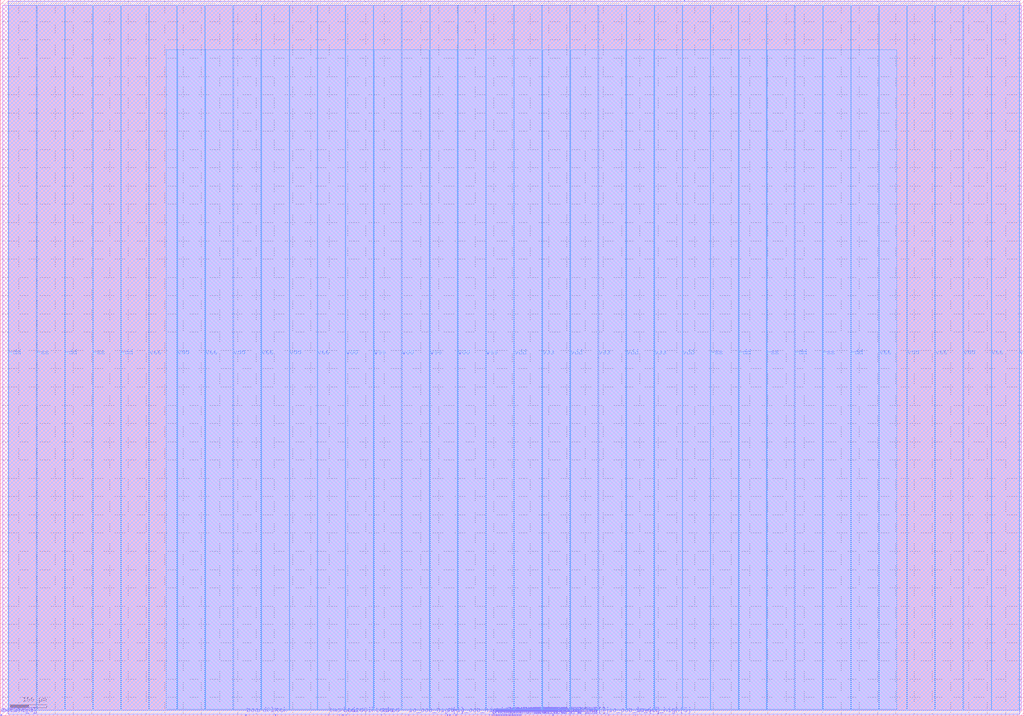
<source format=lef>
VERSION 5.7 ;
  NOWIREEXTENSIONATPIN ON ;
  DIVIDERCHAR "/" ;
  BUSBITCHARS "[]" ;
MACRO J1Asic
  CLASS BLOCK ;
  FOREIGN J1Asic ;
  ORIGIN 0.000 0.000 ;
  SIZE 2800.000 BY 1960.000 ;
  PIN boardClk
    DIRECTION INPUT ;
    USE SIGNAL ;
    ANTENNAGATEAREA 4.738000 ;
    ANTENNADIFFAREA 0.410400 ;
    PORT
      LAYER Metal2 ;
        RECT 672.000 0.000 672.560 4.000 ;
    END
  END boardClk
  PIN boardClkLocked
    DIRECTION INPUT ;
    USE SIGNAL ;
    ANTENNAGATEAREA 1.102000 ;
    ANTENNADIFFAREA 0.410400 ;
    PORT
      LAYER Metal2 ;
        RECT 937.440 0.000 938.000 4.000 ;
    END
  END boardClkLocked
  PIN extInt[0]
    DIRECTION INPUT ;
    USE SIGNAL ;
    PORT
      LAYER Metal2 ;
        RECT 0.000 0.000 0.560 4.000 ;
    END
  END extInt[0]
  PIN extInt[1]
    DIRECTION INPUT ;
    USE SIGNAL ;
    PORT
      LAYER Metal2 ;
        RECT 3.360 0.000 3.920 4.000 ;
    END
  END extInt[1]
  PIN extInt[2]
    DIRECTION INPUT ;
    USE SIGNAL ;
    ANTENNAGATEAREA 0.726000 ;
    ANTENNADIFFAREA 0.410400 ;
    PORT
      LAYER Metal2 ;
        RECT 1559.040 0.000 1559.600 4.000 ;
    END
  END extInt[2]
  PIN io_oeb_high[0]
    DIRECTION OUTPUT TRISTATE ;
    USE SIGNAL ;
    ANTENNADIFFAREA 0.536800 ;
    PORT
      LAYER Metal2 ;
        RECT 1337.280 0.000 1337.840 4.000 ;
    END
  END io_oeb_high[0]
  PIN io_oeb_high[1]
    DIRECTION OUTPUT TRISTATE ;
    USE SIGNAL ;
    ANTENNADIFFAREA 0.536800 ;
    PORT
      LAYER Metal2 ;
        RECT 1115.520 0.000 1116.080 4.000 ;
    END
  END io_oeb_high[1]
  PIN io_oeb_high[2]
    DIRECTION OUTPUT TRISTATE ;
    USE SIGNAL ;
    ANTENNADIFFAREA 0.536800 ;
    PORT
      LAYER Metal2 ;
        RECT 1871.520 1956.000 1872.080 1960.000 ;
    END
  END io_oeb_high[2]
  PIN io_oeb_high[3]
    DIRECTION OUTPUT TRISTATE ;
    USE SIGNAL ;
    ANTENNADIFFAREA 0.536800 ;
    PORT
      LAYER Metal2 ;
        RECT 1596.000 1956.000 1596.560 1960.000 ;
    END
  END io_oeb_high[3]
  PIN io_oeb_high[4]
    DIRECTION OUTPUT TRISTATE ;
    USE SIGNAL ;
    ANTENNADIFFAREA 0.536800 ;
    PORT
      LAYER Metal2 ;
        RECT 1357.440 0.000 1358.000 4.000 ;
    END
  END io_oeb_high[4]
  PIN io_oeb_high[5]
    DIRECTION OUTPUT TRISTATE ;
    USE SIGNAL ;
    ANTENNADIFFAREA 0.536800 ;
    PORT
      LAYER Metal2 ;
        RECT 1737.120 0.000 1737.680 4.000 ;
    END
  END io_oeb_high[5]
  PIN io_oeb_high[6]
    DIRECTION OUTPUT TRISTATE ;
    USE SIGNAL ;
    ANTENNADIFFAREA 0.536800 ;
    PORT
      LAYER Metal2 ;
        RECT 1246.560 0.000 1247.120 4.000 ;
    END
  END io_oeb_high[6]
  PIN io_oeb_high[7]
    DIRECTION OUTPUT TRISTATE ;
    USE SIGNAL ;
    ANTENNADIFFAREA 0.536800 ;
    PORT
      LAYER Metal2 ;
        RECT 1512.000 0.000 1512.560 4.000 ;
    END
  END io_oeb_high[7]
  PIN io_oeb_low[0]
    DIRECTION OUTPUT TRISTATE ;
    USE SIGNAL ;
    ANTENNADIFFAREA 0.360800 ;
    PORT
      LAYER Metal2 ;
        RECT 1663.200 0.000 1663.760 4.000 ;
    END
  END io_oeb_low[0]
  PIN io_oeb_low[1]
    DIRECTION OUTPUT TRISTATE ;
    USE SIGNAL ;
    ANTENNADIFFAREA 0.360800 ;
    PORT
      LAYER Metal2 ;
        RECT 1733.760 1956.000 1734.320 1960.000 ;
    END
  END io_oeb_low[1]
  PIN pmodA_read[0]
    DIRECTION INPUT ;
    USE SIGNAL ;
    ANTENNAGATEAREA 0.726000 ;
    ANTENNADIFFAREA 0.410400 ;
    PORT
      LAYER Metal2 ;
        RECT 1424.640 0.000 1425.200 4.000 ;
    END
  END pmodA_read[0]
  PIN pmodA_read[1]
    DIRECTION INPUT ;
    USE SIGNAL ;
    ANTENNAGATEAREA 0.726000 ;
    ANTENNADIFFAREA 0.410400 ;
    PORT
      LAYER Metal2 ;
        RECT 1404.480 0.000 1405.040 4.000 ;
    END
  END pmodA_read[1]
  PIN pmodA_read[2]
    DIRECTION INPUT ;
    USE SIGNAL ;
    ANTENNAGATEAREA 0.726000 ;
    ANTENNADIFFAREA 0.410400 ;
    PORT
      LAYER Metal2 ;
        RECT 1401.120 0.000 1401.680 4.000 ;
    END
  END pmodA_read[2]
  PIN pmodA_read[3]
    DIRECTION INPUT ;
    USE SIGNAL ;
    ANTENNAGATEAREA 1.102000 ;
    ANTENNADIFFAREA 0.410400 ;
    PORT
      LAYER Metal2 ;
        RECT 1377.600 0.000 1378.160 4.000 ;
    END
  END pmodA_read[3]
  PIN pmodA_read[4]
    DIRECTION INPUT ;
    USE SIGNAL ;
    ANTENNAGATEAREA 0.726000 ;
    ANTENNADIFFAREA 0.410400 ;
    PORT
      LAYER Metal2 ;
        RECT 1384.320 0.000 1384.880 4.000 ;
    END
  END pmodA_read[4]
  PIN pmodA_read[5]
    DIRECTION INPUT ;
    USE SIGNAL ;
    ANTENNAGATEAREA 0.726000 ;
    ANTENNADIFFAREA 0.410400 ;
    PORT
      LAYER Metal2 ;
        RECT 1350.720 0.000 1351.280 4.000 ;
    END
  END pmodA_read[5]
  PIN pmodA_read[6]
    DIRECTION INPUT ;
    USE SIGNAL ;
    ANTENNAGATEAREA 0.726000 ;
    ANTENNADIFFAREA 0.410400 ;
    PORT
      LAYER Metal2 ;
        RECT 1354.080 0.000 1354.640 4.000 ;
    END
  END pmodA_read[6]
  PIN pmodA_read[7]
    DIRECTION INPUT ;
    USE SIGNAL ;
    ANTENNAGATEAREA 0.726000 ;
    ANTENNADIFFAREA 0.410400 ;
    PORT
      LAYER Metal2 ;
        RECT 1360.800 0.000 1361.360 4.000 ;
    END
  END pmodA_read[7]
  PIN pmodA_writeEnable[0]
    DIRECTION OUTPUT TRISTATE ;
    USE SIGNAL ;
    ANTENNADIFFAREA 2.080400 ;
    PORT
      LAYER Metal2 ;
        RECT 1417.920 0.000 1418.480 4.000 ;
    END
  END pmodA_writeEnable[0]
  PIN pmodA_writeEnable[1]
    DIRECTION OUTPUT TRISTATE ;
    USE SIGNAL ;
    ANTENNADIFFAREA 2.080400 ;
    PORT
      LAYER Metal2 ;
        RECT 1394.400 0.000 1394.960 4.000 ;
    END
  END pmodA_writeEnable[1]
  PIN pmodA_writeEnable[2]
    DIRECTION OUTPUT TRISTATE ;
    USE SIGNAL ;
    ANTENNADIFFAREA 2.080400 ;
    PORT
      LAYER Metal2 ;
        RECT 1391.040 0.000 1391.600 4.000 ;
    END
  END pmodA_writeEnable[2]
  PIN pmodA_writeEnable[3]
    DIRECTION OUTPUT TRISTATE ;
    USE SIGNAL ;
    ANTENNADIFFAREA 2.080400 ;
    PORT
      LAYER Metal2 ;
        RECT 1370.880 0.000 1371.440 4.000 ;
    END
  END pmodA_writeEnable[3]
  PIN pmodA_writeEnable[4]
    DIRECTION OUTPUT TRISTATE ;
    USE SIGNAL ;
    ANTENNADIFFAREA 2.080400 ;
    PORT
      LAYER Metal2 ;
        RECT 1414.560 0.000 1415.120 4.000 ;
    END
  END pmodA_writeEnable[4]
  PIN pmodA_writeEnable[5]
    DIRECTION OUTPUT TRISTATE ;
    USE SIGNAL ;
    ANTENNADIFFAREA 2.080400 ;
    PORT
      LAYER Metal2 ;
        RECT 1387.680 0.000 1388.240 4.000 ;
    END
  END pmodA_writeEnable[5]
  PIN pmodA_writeEnable[6]
    DIRECTION OUTPUT TRISTATE ;
    USE SIGNAL ;
    ANTENNADIFFAREA 2.080400 ;
    PORT
      LAYER Metal2 ;
        RECT 1344.000 0.000 1344.560 4.000 ;
    END
  END pmodA_writeEnable[6]
  PIN pmodA_writeEnable[7]
    DIRECTION OUTPUT TRISTATE ;
    USE SIGNAL ;
    ANTENNADIFFAREA 2.080400 ;
    PORT
      LAYER Metal2 ;
        RECT 1411.200 0.000 1411.760 4.000 ;
    END
  END pmodA_writeEnable[7]
  PIN pmodA_write[0]
    DIRECTION OUTPUT TRISTATE ;
    USE SIGNAL ;
    ANTENNADIFFAREA 2.080400 ;
    PORT
      LAYER Metal2 ;
        RECT 1421.280 0.000 1421.840 4.000 ;
    END
  END pmodA_write[0]
  PIN pmodA_write[1]
    DIRECTION OUTPUT TRISTATE ;
    USE SIGNAL ;
    ANTENNADIFFAREA 2.080400 ;
    PORT
      LAYER Metal2 ;
        RECT 1407.840 0.000 1408.400 4.000 ;
    END
  END pmodA_write[1]
  PIN pmodA_write[2]
    DIRECTION OUTPUT TRISTATE ;
    USE SIGNAL ;
    ANTENNADIFFAREA 2.080400 ;
    PORT
      LAYER Metal2 ;
        RECT 1397.760 0.000 1398.320 4.000 ;
    END
  END pmodA_write[2]
  PIN pmodA_write[3]
    DIRECTION OUTPUT TRISTATE ;
    USE SIGNAL ;
    ANTENNADIFFAREA 2.080400 ;
    PORT
      LAYER Metal2 ;
        RECT 1374.240 0.000 1374.800 4.000 ;
    END
  END pmodA_write[3]
  PIN pmodA_write[4]
    DIRECTION OUTPUT TRISTATE ;
    USE SIGNAL ;
    ANTENNADIFFAREA 2.080400 ;
    PORT
      LAYER Metal2 ;
        RECT 1380.960 0.000 1381.520 4.000 ;
    END
  END pmodA_write[4]
  PIN pmodA_write[5]
    DIRECTION OUTPUT TRISTATE ;
    USE SIGNAL ;
    ANTENNADIFFAREA 2.080400 ;
    PORT
      LAYER Metal2 ;
        RECT 1347.360 0.000 1347.920 4.000 ;
    END
  END pmodA_write[5]
  PIN pmodA_write[6]
    DIRECTION OUTPUT TRISTATE ;
    USE SIGNAL ;
    ANTENNADIFFAREA 2.080400 ;
    PORT
      LAYER Metal2 ;
        RECT 1364.160 0.000 1364.720 4.000 ;
    END
  END pmodA_write[6]
  PIN pmodA_write[7]
    DIRECTION OUTPUT TRISTATE ;
    USE SIGNAL ;
    ANTENNADIFFAREA 2.080400 ;
    PORT
      LAYER Metal2 ;
        RECT 1367.520 0.000 1368.080 4.000 ;
    END
  END pmodA_write[7]
  PIN reset
    DIRECTION INPUT ;
    USE SIGNAL ;
    ANTENNAGATEAREA 1.183000 ;
    ANTENNADIFFAREA 0.410400 ;
    PORT
      LAYER Metal2 ;
        RECT 927.360 0.000 927.920 4.000 ;
    END
  END reset
  PIN rx
    DIRECTION INPUT ;
    USE SIGNAL ;
    ANTENNAGATEAREA 0.726000 ;
    ANTENNADIFFAREA 0.410400 ;
    PORT
      LAYER Metal2 ;
        RECT 1223.040 0.000 1223.600 4.000 ;
    END
  END rx
  PIN tck
    DIRECTION INPUT ;
    USE SIGNAL ;
    ANTENNAGATEAREA 1.102000 ;
    ANTENNADIFFAREA 0.410400 ;
    PORT
      LAYER Metal2 ;
        RECT 752.640 0.000 753.200 4.000 ;
    END
  END tck
  PIN tdi
    DIRECTION INPUT ;
    USE SIGNAL ;
    ANTENNAGATEAREA 2.204000 ;
    ANTENNADIFFAREA 0.410400 ;
    PORT
      LAYER Metal2 ;
        RECT 947.520 0.000 948.080 4.000 ;
    END
  END tdi
  PIN tdo
    DIRECTION OUTPUT TRISTATE ;
    USE SIGNAL ;
    ANTENNADIFFAREA 2.080400 ;
    PORT
      LAYER Metal2 ;
        RECT 1041.600 0.000 1042.160 4.000 ;
    END
  END tdo
  PIN tms
    DIRECTION INPUT ;
    USE SIGNAL ;
    ANTENNAGATEAREA 1.183000 ;
    ANTENNADIFFAREA 0.410400 ;
    PORT
      LAYER Metal2 ;
        RECT 897.120 0.000 897.680 4.000 ;
    END
  END tms
  PIN tx
    DIRECTION OUTPUT TRISTATE ;
    USE SIGNAL ;
    ANTENNADIFFAREA 2.080400 ;
    PORT
      LAYER Metal2 ;
        RECT 1229.760 0.000 1230.320 4.000 ;
    END
  END tx
  PIN vdd
    DIRECTION INOUT ;
    USE POWER ;
    PORT
      LAYER Metal4 ;
        RECT 22.240 15.380 23.840 1944.620 ;
    END
    PORT
      LAYER Metal4 ;
        RECT 175.840 15.380 177.440 1944.620 ;
    END
    PORT
      LAYER Metal4 ;
        RECT 329.440 15.380 331.040 1944.620 ;
    END
    PORT
      LAYER Metal4 ;
        RECT 483.040 15.380 484.640 1944.620 ;
    END
    PORT
      LAYER Metal4 ;
        RECT 636.640 15.380 638.240 1944.620 ;
    END
    PORT
      LAYER Metal4 ;
        RECT 790.240 15.380 791.840 1944.620 ;
    END
    PORT
      LAYER Metal4 ;
        RECT 943.840 15.380 945.440 1944.620 ;
    END
    PORT
      LAYER Metal4 ;
        RECT 1097.440 15.380 1099.040 1944.620 ;
    END
    PORT
      LAYER Metal4 ;
        RECT 1251.040 15.380 1252.640 1944.620 ;
    END
    PORT
      LAYER Metal4 ;
        RECT 1404.640 15.380 1406.240 1944.620 ;
    END
    PORT
      LAYER Metal4 ;
        RECT 1558.240 15.380 1559.840 1944.620 ;
    END
    PORT
      LAYER Metal4 ;
        RECT 1711.840 15.380 1713.440 1944.620 ;
    END
    PORT
      LAYER Metal4 ;
        RECT 1865.440 15.380 1867.040 1944.620 ;
    END
    PORT
      LAYER Metal4 ;
        RECT 2019.040 15.380 2020.640 1944.620 ;
    END
    PORT
      LAYER Metal4 ;
        RECT 2172.640 15.380 2174.240 1944.620 ;
    END
    PORT
      LAYER Metal4 ;
        RECT 2326.240 15.380 2327.840 1944.620 ;
    END
    PORT
      LAYER Metal4 ;
        RECT 2479.840 15.380 2481.440 1944.620 ;
    END
    PORT
      LAYER Metal4 ;
        RECT 2633.440 15.380 2635.040 1944.620 ;
    END
    PORT
      LAYER Metal4 ;
        RECT 2787.040 15.380 2788.640 1944.620 ;
    END
  END vdd
  PIN vss
    DIRECTION INOUT ;
    USE GROUND ;
    PORT
      LAYER Metal4 ;
        RECT 99.040 15.380 100.640 1944.620 ;
    END
    PORT
      LAYER Metal4 ;
        RECT 252.640 15.380 254.240 1944.620 ;
    END
    PORT
      LAYER Metal4 ;
        RECT 406.240 15.380 407.840 1944.620 ;
    END
    PORT
      LAYER Metal4 ;
        RECT 559.840 15.380 561.440 1944.620 ;
    END
    PORT
      LAYER Metal4 ;
        RECT 713.440 15.380 715.040 1944.620 ;
    END
    PORT
      LAYER Metal4 ;
        RECT 867.040 15.380 868.640 1944.620 ;
    END
    PORT
      LAYER Metal4 ;
        RECT 1020.640 15.380 1022.240 1944.620 ;
    END
    PORT
      LAYER Metal4 ;
        RECT 1174.240 15.380 1175.840 1944.620 ;
    END
    PORT
      LAYER Metal4 ;
        RECT 1327.840 15.380 1329.440 1944.620 ;
    END
    PORT
      LAYER Metal4 ;
        RECT 1481.440 15.380 1483.040 1944.620 ;
    END
    PORT
      LAYER Metal4 ;
        RECT 1635.040 15.380 1636.640 1944.620 ;
    END
    PORT
      LAYER Metal4 ;
        RECT 1788.640 15.380 1790.240 1944.620 ;
    END
    PORT
      LAYER Metal4 ;
        RECT 1942.240 15.380 1943.840 1944.620 ;
    END
    PORT
      LAYER Metal4 ;
        RECT 2095.840 15.380 2097.440 1944.620 ;
    END
    PORT
      LAYER Metal4 ;
        RECT 2249.440 15.380 2251.040 1944.620 ;
    END
    PORT
      LAYER Metal4 ;
        RECT 2403.040 15.380 2404.640 1944.620 ;
    END
    PORT
      LAYER Metal4 ;
        RECT 2556.640 15.380 2558.240 1944.620 ;
    END
    PORT
      LAYER Metal4 ;
        RECT 2710.240 15.380 2711.840 1944.620 ;
    END
  END vss
  OBS
      LAYER Metal1 ;
        RECT 6.720 15.380 2793.280 1944.620 ;
      LAYER Metal2 ;
        RECT 22.380 1955.700 1595.700 1956.000 ;
        RECT 1596.860 1955.700 1733.460 1956.000 ;
        RECT 1734.620 1955.700 1871.220 1956.000 ;
        RECT 1872.380 1955.700 2788.500 1956.000 ;
        RECT 22.380 4.300 2788.500 1955.700 ;
        RECT 22.380 3.500 671.700 4.300 ;
        RECT 672.860 3.500 752.340 4.300 ;
        RECT 753.500 3.500 896.820 4.300 ;
        RECT 897.980 3.500 927.060 4.300 ;
        RECT 928.220 3.500 937.140 4.300 ;
        RECT 938.300 3.500 947.220 4.300 ;
        RECT 948.380 3.500 1041.300 4.300 ;
        RECT 1042.460 3.500 1115.220 4.300 ;
        RECT 1116.380 3.500 1222.740 4.300 ;
        RECT 1223.900 3.500 1229.460 4.300 ;
        RECT 1230.620 3.500 1246.260 4.300 ;
        RECT 1247.420 3.500 1336.980 4.300 ;
        RECT 1338.140 3.500 1343.700 4.300 ;
        RECT 1344.860 3.500 1347.060 4.300 ;
        RECT 1348.220 3.500 1350.420 4.300 ;
        RECT 1351.580 3.500 1353.780 4.300 ;
        RECT 1354.940 3.500 1357.140 4.300 ;
        RECT 1358.300 3.500 1360.500 4.300 ;
        RECT 1361.660 3.500 1363.860 4.300 ;
        RECT 1365.020 3.500 1367.220 4.300 ;
        RECT 1368.380 3.500 1370.580 4.300 ;
        RECT 1371.740 3.500 1373.940 4.300 ;
        RECT 1375.100 3.500 1377.300 4.300 ;
        RECT 1378.460 3.500 1380.660 4.300 ;
        RECT 1381.820 3.500 1384.020 4.300 ;
        RECT 1385.180 3.500 1387.380 4.300 ;
        RECT 1388.540 3.500 1390.740 4.300 ;
        RECT 1391.900 3.500 1394.100 4.300 ;
        RECT 1395.260 3.500 1397.460 4.300 ;
        RECT 1398.620 3.500 1400.820 4.300 ;
        RECT 1401.980 3.500 1404.180 4.300 ;
        RECT 1405.340 3.500 1407.540 4.300 ;
        RECT 1408.700 3.500 1410.900 4.300 ;
        RECT 1412.060 3.500 1414.260 4.300 ;
        RECT 1415.420 3.500 1417.620 4.300 ;
        RECT 1418.780 3.500 1420.980 4.300 ;
        RECT 1422.140 3.500 1424.340 4.300 ;
        RECT 1425.500 3.500 1511.700 4.300 ;
        RECT 1512.860 3.500 1558.740 4.300 ;
        RECT 1559.900 3.500 1662.900 4.300 ;
        RECT 1664.060 3.500 1736.820 4.300 ;
        RECT 1737.980 3.500 2788.500 4.300 ;
      LAYER Metal3 ;
        RECT 22.330 15.540 2788.550 1944.460 ;
      LAYER Metal4 ;
        RECT 454.300 17.450 482.740 1823.830 ;
        RECT 484.940 17.450 559.540 1823.830 ;
        RECT 561.740 17.450 636.340 1823.830 ;
        RECT 638.540 17.450 713.140 1823.830 ;
        RECT 715.340 17.450 789.940 1823.830 ;
        RECT 792.140 17.450 866.740 1823.830 ;
        RECT 868.940 17.450 943.540 1823.830 ;
        RECT 945.740 17.450 1020.340 1823.830 ;
        RECT 1022.540 17.450 1097.140 1823.830 ;
        RECT 1099.340 17.450 1173.940 1823.830 ;
        RECT 1176.140 17.450 1250.740 1823.830 ;
        RECT 1252.940 17.450 1327.540 1823.830 ;
        RECT 1329.740 17.450 1404.340 1823.830 ;
        RECT 1406.540 17.450 1481.140 1823.830 ;
        RECT 1483.340 17.450 1557.940 1823.830 ;
        RECT 1560.140 17.450 1634.740 1823.830 ;
        RECT 1636.940 17.450 1711.540 1823.830 ;
        RECT 1713.740 17.450 1788.340 1823.830 ;
        RECT 1790.540 17.450 1865.140 1823.830 ;
        RECT 1867.340 17.450 1941.940 1823.830 ;
        RECT 1944.140 17.450 2018.740 1823.830 ;
        RECT 2020.940 17.450 2095.540 1823.830 ;
        RECT 2097.740 17.450 2172.340 1823.830 ;
        RECT 2174.540 17.450 2249.140 1823.830 ;
        RECT 2251.340 17.450 2325.940 1823.830 ;
        RECT 2328.140 17.450 2402.740 1823.830 ;
        RECT 2404.940 17.450 2452.100 1823.830 ;
  END
END J1Asic
END LIBRARY


</source>
